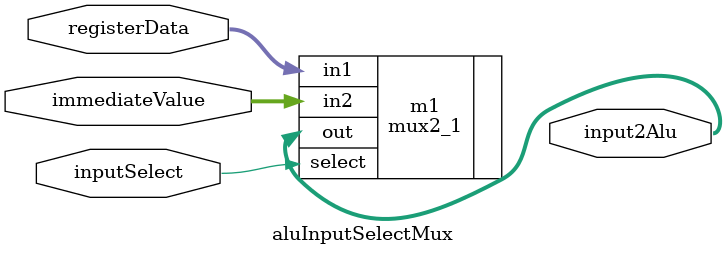
<source format=sv>
`include "../../Mux2_1/mux2_1.sv"

module aluInputSelectMux(
    input logic [31:0] registerData,
    input logic [31:0] immediateValue,
    input logic inputSelect,
    output logic [31:0] input2Alu
);

    mux2_1 m1 (
        .in1(registerData),
        .in2(immediateValue),
        .select(inputSelect),
        .out(input2Alu)
    );
endmodule
</source>
